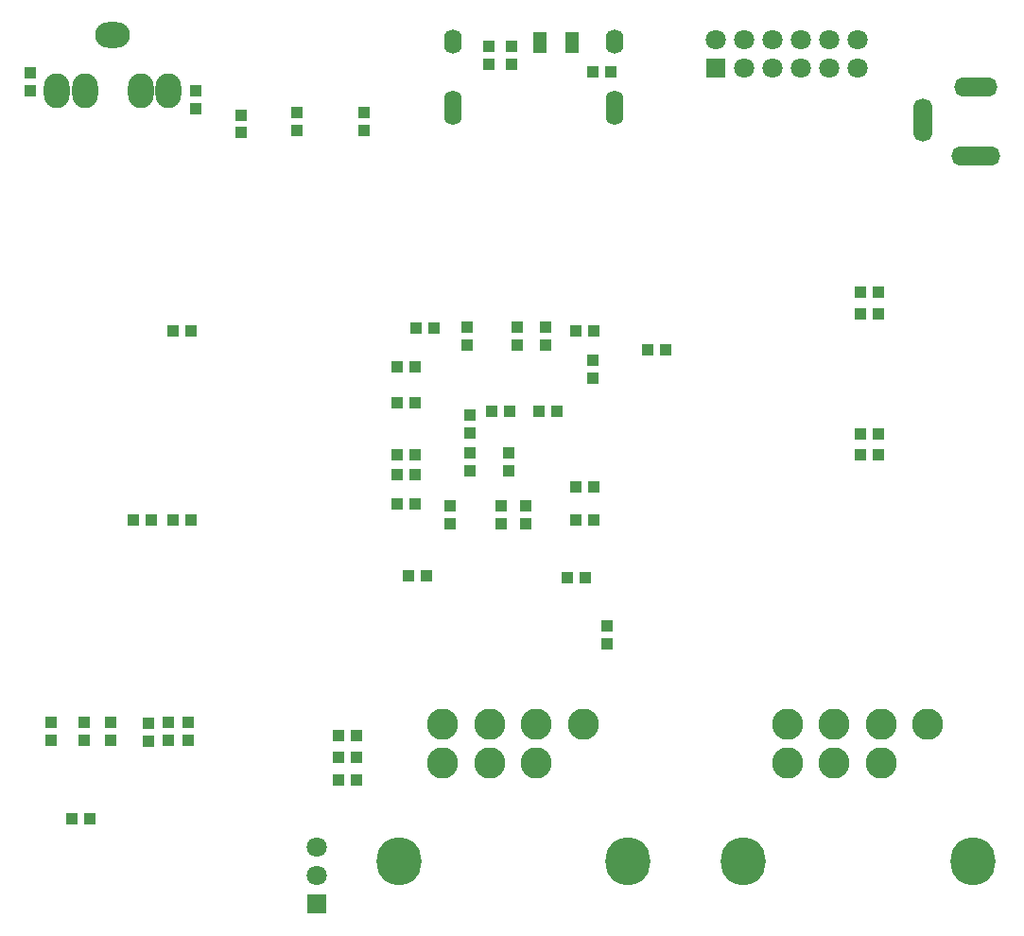
<source format=gbs>
G04*
G04 #@! TF.GenerationSoftware,Altium Limited,Altium Designer,23.4.1 (23)*
G04*
G04 Layer_Color=16711935*
%FSLAX44Y44*%
%MOMM*%
G71*
G04*
G04 #@! TF.SameCoordinates,0BEE9D39-8D09-447D-96B2-328BBDF68ADB*
G04*
G04*
G04 #@! TF.FilePolarity,Negative*
G04*
G01*
G75*
%ADD18R,1.0000X1.1000*%
%ADD20R,1.1000X1.0000*%
%ADD21R,1.1000X1.0500*%
%ADD27R,1.2500X1.9000*%
%ADD31R,1.0500X1.1000*%
%ADD48O,1.6000X2.2000*%
%ADD49O,1.6000X3.1000*%
%ADD50C,1.8000*%
%ADD51R,1.8000X1.8000*%
%ADD52C,2.8000*%
G04:AMPARAMS|DCode=53|XSize=4mm|YSize=4.3mm|CornerRadius=2mm|HoleSize=0mm|Usage=FLASHONLY|Rotation=0.000|XOffset=0mm|YOffset=0mm|HoleType=Round|Shape=RoundedRectangle|*
%AMROUNDEDRECTD53*
21,1,4.0000,0.3000,0,0,0.0*
21,1,0.0000,4.3000,0,0,0.0*
1,1,4.0000,0.0000,-0.1500*
1,1,4.0000,0.0000,-0.1500*
1,1,4.0000,0.0000,0.1500*
1,1,4.0000,0.0000,0.1500*
%
%ADD53ROUNDEDRECTD53*%
%ADD54C,0.1000*%
%ADD55O,2.3000X3.1000*%
%ADD56O,3.1000X2.3000*%
%ADD57R,1.8000X1.8000*%
%ADD58R,0.1000X0.1000*%
%ADD59O,4.4000X1.7000*%
%ADD60O,3.9000X1.7000*%
%ADD61O,1.7000X3.9000*%
D18*
X340500Y162500D02*
D03*
X324500D02*
D03*
X340500Y182500D02*
D03*
X324500D02*
D03*
X545500Y324000D02*
D03*
X529500D02*
D03*
X86000Y107500D02*
D03*
X102000D02*
D03*
X403500Y325000D02*
D03*
X387500D02*
D03*
X340500Y142500D02*
D03*
X324500D02*
D03*
X141000Y375000D02*
D03*
X157000D02*
D03*
X618000Y527500D02*
D03*
X602000D02*
D03*
X552500Y776500D02*
D03*
X568500D02*
D03*
X792000Y452043D02*
D03*
X808000D02*
D03*
Y434000D02*
D03*
X792000D02*
D03*
Y579500D02*
D03*
X808000D02*
D03*
Y559500D02*
D03*
X792000D02*
D03*
D20*
X197000Y743500D02*
D03*
Y759500D02*
D03*
X49000Y776000D02*
D03*
Y760000D02*
D03*
X237500Y738000D02*
D03*
Y722000D02*
D03*
X565000Y280500D02*
D03*
Y264500D02*
D03*
X97000Y178000D02*
D03*
Y194000D02*
D03*
X190000Y178000D02*
D03*
Y194000D02*
D03*
X120500Y178000D02*
D03*
Y194000D02*
D03*
X155000Y177500D02*
D03*
Y193500D02*
D03*
X172500Y178000D02*
D03*
Y194000D02*
D03*
X287500Y724500D02*
D03*
Y740500D02*
D03*
X347500Y724500D02*
D03*
Y740500D02*
D03*
X479500Y799500D02*
D03*
Y783500D02*
D03*
X459500D02*
D03*
Y799500D02*
D03*
D21*
X67000Y194000D02*
D03*
Y178000D02*
D03*
X492500Y388000D02*
D03*
Y372000D02*
D03*
X470000Y388000D02*
D03*
Y372000D02*
D03*
X510000Y532000D02*
D03*
Y548000D02*
D03*
X425000Y388000D02*
D03*
Y372000D02*
D03*
X552500Y502000D02*
D03*
Y518000D02*
D03*
X485000Y532000D02*
D03*
Y548000D02*
D03*
X440000Y532000D02*
D03*
Y548000D02*
D03*
X442500Y435500D02*
D03*
Y419500D02*
D03*
Y469000D02*
D03*
Y453000D02*
D03*
X477500Y435500D02*
D03*
Y419500D02*
D03*
D27*
X505000Y802500D02*
D03*
X534000D02*
D03*
D31*
X393000Y434000D02*
D03*
X377000D02*
D03*
X537000Y544500D02*
D03*
X553000D02*
D03*
X393000Y390000D02*
D03*
X377000D02*
D03*
X393000Y415500D02*
D03*
X377000D02*
D03*
X393000Y512500D02*
D03*
X377000D02*
D03*
X537000Y405000D02*
D03*
X553000D02*
D03*
X393000Y480000D02*
D03*
X377000D02*
D03*
X193000Y545000D02*
D03*
X177000D02*
D03*
Y375000D02*
D03*
X193000D02*
D03*
X410500Y547500D02*
D03*
X394500D02*
D03*
X537000Y375000D02*
D03*
X553000D02*
D03*
X478000Y472500D02*
D03*
X462000D02*
D03*
X520500D02*
D03*
X504500D02*
D03*
D48*
X572000Y804000D02*
D03*
X427000D02*
D03*
D49*
X572000Y744000D02*
D03*
X427000D02*
D03*
D50*
X305000Y82500D02*
D03*
Y57100D02*
D03*
X662500Y805000D02*
D03*
X687900Y779600D02*
D03*
Y805000D02*
D03*
X713300Y779600D02*
D03*
Y805000D02*
D03*
X738700Y779600D02*
D03*
Y805000D02*
D03*
X764100Y779600D02*
D03*
Y805000D02*
D03*
X789500Y779600D02*
D03*
Y805000D02*
D03*
D51*
X305000Y31700D02*
D03*
D52*
X418250Y157500D02*
D03*
X460160D02*
D03*
X502070D02*
D03*
Y192500D02*
D03*
X418250D02*
D03*
X544000D02*
D03*
X460160D02*
D03*
X768660D02*
D03*
X852500D02*
D03*
X726750D02*
D03*
X810570D02*
D03*
Y157500D02*
D03*
X768660D02*
D03*
X726750D02*
D03*
D53*
X379000Y70000D02*
D03*
X584000D02*
D03*
X892500D02*
D03*
X687500D02*
D03*
D54*
X122500Y760000D02*
D03*
X172500Y810000D02*
D03*
X72500D02*
D03*
D55*
X172500Y760000D02*
D03*
X147500D02*
D03*
X97500D02*
D03*
X72500D02*
D03*
D56*
X122500Y810000D02*
D03*
D57*
X662500Y779600D02*
D03*
D58*
X182500Y40000D02*
D03*
X102700D02*
D03*
D59*
X895000Y701000D02*
D03*
D60*
Y763000D02*
D03*
D61*
X848000Y733000D02*
D03*
M02*

</source>
